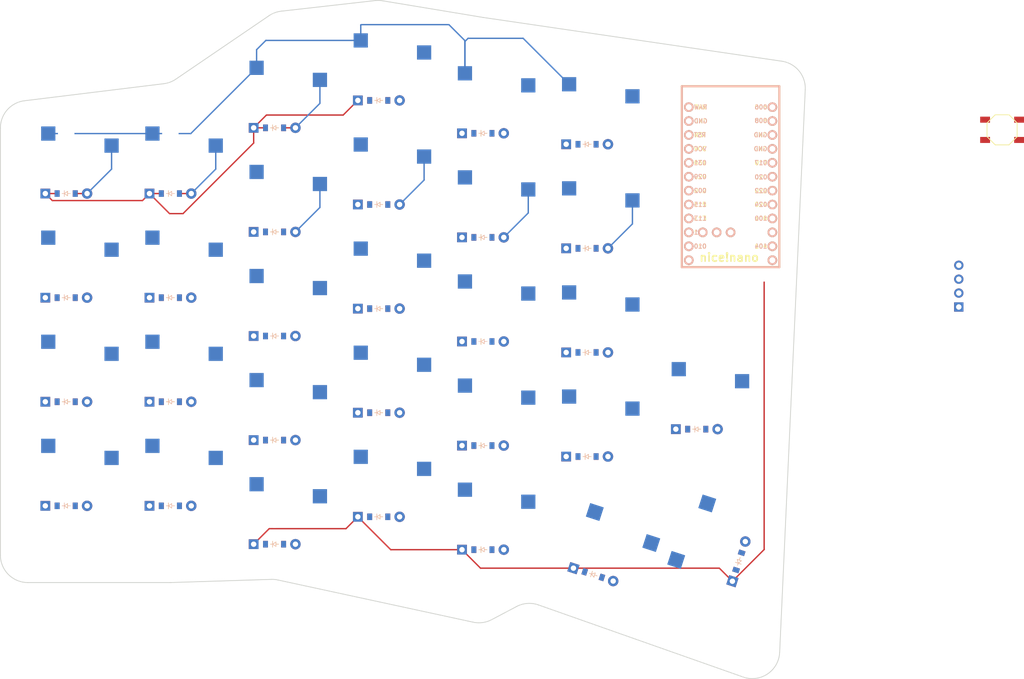
<source format=kicad_pcb>
(kicad_pcb (version 20240108) (generator "pcbnew") (generator_version "8.0")
  (title_block (title "left") (rev "v1.0.0") (company "Unknown"))
  (layers (0 "F.Cu" signal) (31 "B.Cu" signal) (34 "B.Paste" user) (35 "F.Paste" user) (36 "B.SilkS" user "B.Silkscreen") (37 "F.SilkS" user "F.Silkscreen") (38 "B.Mask" user) (39 "F.Mask" user) (44 "Edge.Cuts" user))
  (net 0 "")
  (net 1 "outer_bottom")
  (net 2 "outer_home")
  (net 3 "outer_top")
  (net 4 "outer_num")
  (net 5 "pinky_bottom")
  (net 6 "pinky_home")
  (net 7 "pinky_top")
  (net 8 "pinky_num")
  (net 9 "ring_mod")
  (net 10 "ring_bottom")
  (net 11 "ring_home")
  (net 12 "ring_top")
  (net 13 "ring_num")
  (net 14 "middle_mod")
  (net 15 "middle_bottom")
  (net 16 "middle_home")
  (net 17 "middle_top")
  (net 18 "middle_num")
  (net 19 "index_mod")
  (net 20 "index_bottom")
  (net 21 "index_home")
  (net 22 "index_top")
  (net 23 "index_num")
  (net 24 "inner_bottom")
  (net 25 "inner_home")
  (net 26 "inner_top")
  (net 27 "inner_num")
  (net 28 "inner_mod_home")
  (net 29 "home_cluster")
  (net 30 "far_cluster")
  (net 31 "P113")
  (net 32 "P111")
  (net 33 "P010")
  (net 34 "P009")
  (net 35 "P115")
  (net 36 "RAW")
  (net 37 "GND")
  (net 38 "RST")
  (net 39 "VCC")
  (net 40 "P031")
  (net 41 "P029")
  (net 42 "P002")
  (net 43 "P006")
  (net 44 "P008")
  (net 45 "P017")
  (net 46 "P020")
  (net 47 "P022")
  (net 48 "P024")
  (net 49 "P100")
  (net 50 "P011")
  (net 51 "P104")
  (net 52 "P106")
  (net 53 "P101")
  (net 54 "P102")
  (net 55 "P107")
  (net 56 "reset")
  (footprint "E73:SW_TACT_ALPS_SKQGABE010" (layer "F.Cu") (at 313.4 115.2)
    (property "Reference" "B1" (hide yes))
    (property "Value" "" (hide yes))
  )
  (footprint "ComboDiode" (layer "F.Cu") (at 180.702161 152.834475)
    (property "Reference" "D11" (hide yes))
    (property "Value" "" (hide yes))
  )
  (footprint "PG1350" (layer "F.Cu") (at 260.631507 192.427428 72)
    (property "Reference" "S30" (hide yes))
    (property "Value" "" (hide yes))
  )
  (footprint "PG1350" (layer "F.Cu") (at 180.702161 185.834475)
    (property "Reference" "S9" (hide yes))
    (property "Value" "" (hide yes))
  )
  (footprint "ComboDiode" (layer "F.Cu") (at 199.702161 109.834475)
    (property "Reference" "D18" (hide yes))
    (property "Value" "" (hide yes))
  )
  (footprint "PG1350" (layer "F.Cu") (at 240.386312 191.632408 -18)
    (property "Reference" "S29" (hide yes))
    (property "Value" "" (hide yes))
  )
  (footprint "ComboDiode" (layer "F.Cu") (at 180.702161 133.834475)
    (property "Reference" "D12" (hide yes))
    (property "Value" "" (hide yes))
  )
  (footprint "ComboDiode" (layer "F.Cu") (at 142.702161 164.834475)
    (property "Reference" "D2" (hide yes))
    (property "Value" "" (hide yes))
  )
  (footprint "PG1350" (layer "F.Cu") (at 218.702161 110.834475)
    (property "Reference" "S23" (hide yes))
    (property "Value" "" (hide yes))
  )
  (footprint "PG1350" (layer "F.Cu") (at 199.702161 161.834475)
    (property "Reference" "S15" (hide yes))
    (property "Value" "" (hide yes))
  )
  (footprint "PG1350" (layer "F.Cu") (at 199.702161 142.834475)
    (property "Reference" "S16" (hide yes))
    (property "Value" "" (hide yes))
  )
  (footprint "PG1350" (layer "F.Cu") (at 180.702161 109.834475)
    (property "Reference" "S13" (hide yes))
    (property "Value" "" (hide yes))
  )
  (footprint "ComboDiode" (layer "F.Cu") (at 237.702161 155.834475)
    (property "Reference" "D25" (hide yes))
    (property "Value" "" (hide yes))
  )
  (footprint "PG1350" (layer "F.Cu") (at 180.702161 166.834475)
    (property "Reference" "S10" (hide yes))
    (property "Value" "" (hide yes))
  )
  (footprint "PG1350" (layer "F.Cu") (at 237.702161 131.834475)
    (property "Reference" "S26" (hide yes))
    (property "Value" "" (hide yes))
  )
  (footprint "ComboDiode" (layer "F.Cu") (at 265.38679 193.972514 72)
    (property "Reference" "D30" (hide yes))
    (property "Value" "" (hide yes))
  )
  (footprint "ComboDiode" (layer "F.Cu") (at 142.702161 183.834475)
    (property "Reference" "D1" (hide yes))
    (property "Value" "" (hide yes))
  )
  (footprint "PG1350" (layer "F.Cu") (at 199.702161 123.834475)
    (property "Reference" "S17" (hide yes))
    (property "Value" "" (hide yes))
  )
  (footprint "ComboDiode" (layer "F.Cu") (at 257.702161 169.834475)
    (property "Reference" "D28" (hide yes))
    (property "Value" "" (hide yes))
  )
  (footprint "ComboDiode" (layer "F.Cu") (at 218.702161 172.834475)
    (property "Reference" "D20" (hide yes))
    (property "Value" "" (hide yes))
  )
  (footprint "ComboDiode" (layer "F.Cu") (at 237.702161 117.834475)
    (property "Reference" "D27" (hide yes))
    (property "Value" "" (hide yes))
  )
  (footprint "ComboDiode" (layer "F.Cu") (at 237.702161 136.834475)
    (property "Reference" "D26" (hide yes))
    (property "Value" "" (hide yes))
  )
  (footprint "ComboDiode" (layer "F.Cu") (at 218.702161 153.834475)
    (property "Reference" "D21" (hide yes))
    (property "Value" "" (hide yes))
  )
  (footprint "ComboDiode" (layer "F.Cu") (at 218.702161 134.834475)
    (property "Reference" "D22" (hide yes))
    (property "Value" "" (hide yes))
  )
  (footprint "ComboDiode" (layer "F.Cu") (at 161.702161 183.834475)
    (property "Reference" "D5" (hide yes))
    (property "Value" "" (hide yes))
  )
  (footprint "PG1350" (layer "F.Cu") (at 199.702161 104.834475)
    (property "Reference" "S18" (hide yes))
    (property "Value" "" (hide yes))
  )
  (footprint "ComboDiode" (layer "F.Cu") (at 142.702161 126.834475)
    (property "Reference" "D4" (hide yes))
    (property "Value" "" (hide yes))
  )
  (footprint "PG1350" (layer "F.Cu") (at 218.702161 186.834475)
    (property "Reference" "S19" (hide yes))
    (property "Value" "" (hide yes))
  )
  (footprint "ComboDiode" (layer "F.Cu") (at 161.702161 145.834475)
    (property "Reference" "D7" (hide yes))
    (property "Value" "" (hide yes))
  )
  (footprint "ComboDiode" (layer "F.Cu") (at 218.702161 115.834475)
    (property "Reference" "D23" (hide yes))
    (property "Value" "" (hide yes))
  )
  (footprint "PG1350" (layer "F.Cu") (at 237.702161 150.834475)
    (property "Reference" "S25" (hide yes))
    (property "Value" "" (hide yes))
  )
  (footprint "PG1350" (layer "F.Cu") (at 161.702161 121.834475)
    (property "Reference" "S8" (hide yes))
    (property "Value" "" (hide yes))
  )
  (footprint "PG1350" (layer "F.Cu") (at 142.702161 140.834475)
    (property "Reference" "S3" (hide yes))
    (property "Value" "" (hide yes))
  )
  (footprint "ComboDiode" (layer "F.Cu") (at 180.702161 171.834475)
    (property "Reference" "D10" (hide yes))
    (property "Value" "" (hide yes))
  )
  (footprint "ComboDiode" (layer "F.Cu") (at 180.702161 190.834475)
    (property "Reference" "D9" (hide yes))
    (property "Value" "" (hide yes))
  )
  (footprint "ComboDiode" (layer "F.Cu") (at 161.702161 164.834475)
    (property "Reference" "D6" (hide yes))
    (property "Value" "" (hide yes))
  )
  (footprint "ComboDiode" (layer "F.Cu") (at 237.702161 174.834475)
    (property "Reference" "D24" (hide yes))
    (property "Value" "" (hide yes))
  )
  (footprint "ComboDiode" (layer "F.Cu") (at 238.841227 196.387691 -18)
    (property "Reference" "D29" (hide yes))
    (property "Value" "" (hide yes))
  )
  (footprint "PG1350" (layer "F.Cu") (at 142.702161 121.834475)
    (property "Reference" "S4" (hide yes))
    (property "Value" "" (hide yes))
  )
  (footprint "ComboDiode" (layer "F.Cu") (at 199.702161 185.834475)
    (property "Reference" "D14" (hide yes))
    (property "Value" "" (hide yes))
  )
  (footprint "PG1350" (layer "F.Cu") (at 161.702161 140.834475)
    (property "Reference" "S7" (hide yes))
    (property "Value" "" (hide yes))
  )
  (footprint "ComboDiode" (layer "F.Cu") (at 142.702161 145.834475)
    (property "Reference" "D3" (hide yes))
    (property "Value" "" (hide yes))
  )
  (footprint "PG1350" (layer "F.Cu") (at 237.702161 169.834475)
    (property "Reference" "S24" (hide yes))
    (property "Value" "" (hide yes))
  )
  (footprint "PG1350" (layer "F.Cu") (at 142.702161 159.834475)
    (property "Reference" "S2" (hide yes))
    (property "Value" "" (hide yes))
  )
  (footprint "PG1350" (layer "F.Cu") (at 237.702161 112.834475)
    (property "Reference" "S27" (hide yes))
    (property "Value" "" (hide yes))
  )
  (footprint "ComboDiode" (layer "F.Cu") (at 218.702161 191.834475)
    (property "Reference" "D19" (hide yes))
    (property "Value" "" (hide yes))
  )
  (footprint "PG1350" (layer "F.Cu") (at 218.702161 148.834475)
    (property "Reference" "S21" (hide yes))
    (property "Value" "" (hide yes))
  )
  (footprint "ComboDiode" (layer "F.Cu") (at 199.702161 147.834475)
    (property "Reference" "D16" (hide yes))
    (property "Value" "" (hide yes))
  )
  (footprint "PG1350" (layer "F.Cu") (at 199.702161 180.834475)
    (property "Reference" "S14" (hide yes))
    (property "Value" "" (hide yes))
  )
  (footprint "ComboDiode" (layer "F.Cu") (at 180.702161 114.834475)
    (property "Reference" "D13" (hide yes))
    (property "Value" "" (hide yes))
  )
  (footprint "PG1350" (layer "F.Cu") (at 142.702161 178.834475)
    (property "Reference" "S1" (hide yes))
    (property "Value" "" (hide yes))
  )
  (footprint "PG1350" (layer "F.Cu") (at 180.702161 128.834475)
    (property "Reference" "S12" (hide yes))
    (property "Value" "" (hide yes))
  )
  (footprint "PG1350" (layer "F.Cu") (at 161.702161 159.834475)
    (property "Reference" "S6" (hide yes))
    (property "Value" "" (hide yes))
  )
  (footprint "PG1350" (layer "F.Cu") (at 218.702161 129.834475)
    (property "Reference" "S22" (hide yes))
    (property "Value" "" (hide yes))
  )
  (footprint "PG1350" (layer "F.Cu") (at 180.702161 147.834475)
    (property "Reference" "S11" (hide yes))
    (property "Value" "" (hide yes))
  )
  (footprint "lib:OLED_headers" (layer "F.Cu") (at 303.9 137.74)
    (property "Reference" "OLED1" (hide yes))
    (property "Value" "OLED")
  )
  (footprint "ComboDiode" (layer "F.Cu") (at 199.702161 166.834475)
    (property "Reference" "D15" (hide yes))
    (property "Value" "" (hide yes))
  )
  (footprint "ComboDiode" (layer "F.Cu") (at 161.702161 126.834475)
    (property "Reference" "D8" (hide yes))
    (property "Value" "" (hide yes))
  )
  (footprint "PG1350" (layer "F.Cu") (at 218.702161 167.834475)
    (property "Reference" "S20" (hide yes))
    (property "Value" "" (hide yes))
  )
  (footprint "PG1350" (layer "F.Cu") (at 161.702161 178.834475)
    (property "Reference" "S5" (hide yes))
    (property "Value" "" (hide yes))
  )
  (footprint "ComboDiode" (layer "F.Cu") (at 199.702161 128.834475)
    (property "Reference" "D17" (hide yes))
    (property "Value" "" (hide yes))
  )
  (footprint "PG1350" (layer "F.Cu") (at 257.702161 164.834475)
    (property "Reference" "S28" (hide yes))
    (property "Value" "" (hide yes))
  )
  (footprint "nice_nano" (layer "F.Cu") (at 263.88 125.03 -90)
    (property "Reference" "MCU1" (hide yes))
    (property "Value" "nice_nano" (hide yes))
  )
  (gr_arc (start 218.748473 94.691265) (mid 218.702196 94.684259) (end 218.655986 94.67682) (stroke (width 0.15)) (layer "Edge.Cuts"))
  (gr_arc (start 162.705098 105.950895) (mid 161.650992 106.498582) (end 160.497438 106.782151) (stroke (width 0.15)) (layer "Edge.Cuts"))
  (gr_arc (start 161.781049 197.831984) (mid 161.702151 197.833852) (end 161.623233 197.834475) (stroke (width 0.15)) (layer "Edge.Cuts"))
  (gr_arc (start 272.827019 210.592493) (mid 270.627424 214.511136) (end 266.169942 215.081076) (stroke (width 0.15)) (layer "Edge.Cuts"))
  (gr_line (start 277.496803 107.852551) (end 272.827018 210.592493) (stroke (width 0.15)) (layer "Edge.Cuts"))
  (gr_arc (start 273.227257 102.678409) (mid 276.358504 104.443219) (end 277.496803 107.852551) (stroke (width 0.15)) (layer "Edge.Cuts"))
  (gr_line (start 135.093811 109.896144) (end 160.497438 106.782151) (stroke (width 0.15)) (layer "Edge.Cuts"))
  (gr_line (start 224.830874 202.214279) (end 220.314102 204.602256) (stroke (width 0.15)) (layer "Edge.Cuts"))
  (gr_line (start 162.705098 105.950894) (end 179.678871 94.381928) (stroke (width 0.15)) (layer "Edge.Cuts"))
  (gr_arc (start 224.830874 202.214278) (mid 226.799559 201.648115) (end 228.830057 201.918924) (stroke (width 0.15)) (layer "Edge.Cuts"))
  (gr_arc (start 180.087895 197.253872) (mid 180.698752 197.271948) (end 181.30284 197.364411) (stroke (width 0.15)) (layer "Edge.Cuts"))
  (gr_arc (start 179.678871 94.381928) (mid 180.754739 93.826105) (end 181.932679 93.545232) (stroke (width 0.15)) (layer "Edge.Cuts"))
  (gr_line (start 216.920023 205.06897) (end 181.30284 197.364411) (stroke (width 0.15)) (layer "Edge.Cuts"))
  (gr_line (start 180.087895 197.253873) (end 161.781049 197.831984) (stroke (width 0.15)) (layer "Edge.Cuts"))
  (gr_line (start 266.169942 215.081076) (end 228.830057 201.918924) (stroke (width 0.15)) (layer "Edge.Cuts"))
  (gr_line (start 181.932679 93.545232) (end 199.009685 91.612834) (stroke (width 0.15)) (layer "Edge.Cuts"))
  (gr_arc (start 220.314102 204.602256) (mid 218.658284 205.135388) (end 216.920023 205.06897) (stroke (width 0.15)) (layer "Edge.Cuts"))
  (gr_line (start 161.623233 197.834475) (end 135.702161 197.834475) (stroke (width 0.15)) (layer "Edge.Cuts"))
  (gr_arc (start 199.009685 91.612834) (mid 199.700913 91.582791) (end 200.389671 91.648457) (stroke (width 0.15)) (layer "Edge.Cuts"))
  (gr_line (start 218.748473 94.691265) (end 273.227258 102.678409) (stroke (width 0.15)) (layer "Edge.Cuts"))
  (gr_arc (start 130.702161 114.858997) (mid 131.957715 111.545521) (end 135.093811 109.896144) (stroke (width 0.15)) (layer "Edge.Cuts"))
  (gr_line (start 200.389671 91.648457) (end 218.655986 94.67682) (stroke (width 0.15)) (layer "Edge.Cuts"))
  (gr_line (start 130.702161 192.834475) (end 130.702161 114.858997) (stroke (width 0.15)) (layer "Edge.Cuts"))
  (gr_arc (start 135.702161 197.834475) (mid 132.166627 196.370009) (end 130.702161 192.834475) (stroke (width 0.15)) (layer "Edge.Cuts"))
  (segment (start 226.042686 98.5) (end 234.427161 106.884475) (width 0.25) (layer "B.Cu") (net 0))
  (segment (start 196.427161 98.884475) (end 196.427161 96.072839) (width 0.25) (layer "B.Cu") (net 0))
  (segment (start 215.427161 99.072839) (end 216 98.5) (width 0.25) (layer "B.Cu") (net 0))
  (segment (start 216 98.5) (end 226.042686 98.5) (width 0.25) (layer "B.Cu") (net 0))
  (segment (start 177.427161 103.884475) (end 177.427161 100.572839) (width 0.25) (layer "B.Cu") (net 0))
  (segment (start 215.427161 98.927161) (end 215.427161 104.884475) (width 0.25) (layer "B.Cu") (net 0))
  (segment (start 158.427161 115.884475) (end 165.427161 115.884475) (width 0.25) (layer "B.Cu") (net 0))
  (segment (start 196.427161 96.072839) (end 196.5 96) (width 0.25) (layer "B.Cu") (net 0))
  (segment (start 139.427161 115.884475) (end 158.427161 115.884475) (width 0.25) (layer "B.Cu") (net 0))
  (segment (start 177.427161 100.572839) (end 179.115525 98.884475) (width 0.25) (layer "B.Cu") (net 0))
  (segment (start 165.427161 115.884475) (end 177.427161 103.884475) (width 0.25) (layer "B.Cu") (net 0))
  (segment (start 179.115525 98.884475) (end 196.427161 98.884475) (width 0.25) (layer "B.Cu") (net 0))
  (segment (start 212.5 96) (end 215.427161 98.927161) (width 0.25) (layer "B.Cu") (net 0))
  (segment (start 196.5 96) (end 212.5 96) (width 0.25) (layer "B.Cu") (net 0))
  (segment (start 215.427161 104.884475) (end 215.427161 99.072839) (width 0.25) (layer "B.Cu") (net 0))
  (segment (start 146.512161 126.834475) (end 144.352161 126.834475) (width 0.25) (layer "F.Cu") (net 4))
  (segment (start 150.977161 118.084475) (end 150.977161 122.369475) (width 0.25) (layer "B.Cu") (net 4))
  (segment (start 150.977161 122.369475) (end 146.512161 126.834475) (width 0.25) (layer "B.Cu") (net 4))
  (segment (start 165.512161 126.834475) (end 163.352161 126.834475) (width 0.25) (layer "F.Cu") (net 8))
  (segment (start 169.977161 118.084475) (end 169.977161 122.369475) (width 0.25) (layer "B.Cu") (net 8))
  (segment (start 169.977161 122.369475) (end 165.512161 126.834475) (width 0.25) (layer "B.Cu") (net 8))
  (segment (start 188.977161 125.084475) (end 188.977161 129.369475) (width 0.25) (layer "B.Cu") (net 12))
  (segment (start 188.977161 129.369475) (end 184.512161 133.834475) (width 0.25) (layer "B.Cu") (net 12))
  (segment (start 184.512161 114.834475) (end 182.352161 114.834475) (width 0.25) (layer "F.Cu") (net 13))
  (segment (start 188.977161 110.369475) (end 184.512161 114.834475) (width 0.25) (layer "B.Cu") (net 13))
  (segment (start 188.977161 106.084475) (end 188.977161 110.369475) (width 0.25) (layer "B.Cu") (net 13))
  (segment (start 207.977161 120.084475) (end 207.977161 124.369475) (width 0.25) (layer "B.Cu") (net 17))
  (segment (start 207.977161 124.369475) (end 203.512161 128.834475) (width 0.25) (layer "B.Cu") (net 17))
  (segment (start 226.977161 126.084475) (end 226.977161 130.369475) (width 0.25) (layer "B.Cu") (net 22))
  (segment (start 226.977161 130.369475) (end 222.512161 134.834475) (width 0.25) (layer "B.Cu") (net 22))
  (segment (start 245.977161 128.084475) (end 245.977161 132.369475) (width 0.25) (layer "B.Cu") (net 26))
  (segment (start 245.977161 132.369475) (end 241.512161 136.834475) (width 0.25) (layer "B.Cu") (net 26))
  (segment (start 179.226636 112.5) (end 193.226636 112.5) (width 0.25) (layer "F.Cu") (net 34))
  (segment (start 179.052161 114.834475) (end 176.892161 114.834475) (width 0.25) (layer "F.Cu") (net 34))
  (segment (start 161.557686 130.5) (end 164 130.5) (width 0.25) (layer "F.Cu") (net 34))
  (segment (start 138.892161 126.834475) (end 140.169661 128.111975) (width 0.25) (layer "F.Cu") (net 34))
  (segment (start 176.892161 114.834475) (end 179.226636 112.5) (width 0.25) (layer "F.Cu") (net 34))
  (segment (start 160.052161 126.834475) (end 157.892161 126.834475) (width 0.25) (layer "F.Cu") (net 34))
  (segment (start 156.614661 128.111975) (end 157.892161 126.834475) (width 0.25) (layer "F.Cu") (net 34))
  (segment (start 141.052161 126.834475) (end 138.892161 126.834475) (width 0.25) (layer "F.Cu") (net 34))
  (segment (start 140.169661 128.111975) (end 156.614661 128.111975) (width 0.25) (layer "F.Cu") (net 34))
  (segment (start 193.226636 112.5) (end 195.892161 109.834475) (width 0.25) (layer "F.Cu") (net 34))
  (segment (start 164 130.5) (end 176.892161 117.607839) (width 0.25) (layer "F.Cu") (net 34))
  (segment (start 176.892161 117.607839) (end 176.892161 114.834475) (width 0.25) (layer "F.Cu") (net 34))
  (segment (start 157.892161 126.834475) (end 161.557686 130.5) (width 0.25) (layer "F.Cu") (net 34))
  (segment (start 179.726636 188) (end 193.726636 188) (width 0.25) (layer "F.Cu") (net 35))
  (segment (start 176.892161 190.834475) (end 179.726636 188) (width 0.25) (layer "F.Cu") (net 35))
  (segment (start 264.209435 197.596039) (end 270 191.805474) (width 0.25) (layer "F.Cu") (net 35))
  (segment (start 214.892161 191.834475) (end 218.268022 195.210336) (width 0.25) (layer "F.Cu") (net 35))
  (segment (start 201.892161 191.834475) (end 214.892161 191.834475) (width 0.25) (layer "F.Cu") (net 35))
  (segment (start 218.268022 195.210336) (end 235.217702 195.210336) (width 0.25) (layer "F.Cu") (net 35))
  (segment (start 270 191.805474) (end 270 143) (width 0.25) (layer "F.Cu") (net 35))
  (segment (start 261.823732 195.210336) (end 264.209435 197.596039) (width 0.25) (layer "F.Cu") (net 35))
  (segment (start 193.726636 188) (end 195.892161 185.834475) (width 0.25) (layer "F.Cu") (net 35))
  (segment (start 195.892161 185.834475) (end 201.892161 191.834475) (width 0.25) (layer "F.Cu") (net 35))
  (segment (start 235.217702 195.210336) (end 261.823732 195.210336) (width 0.25) (layer "F.Cu") (net 35))
)
</source>
